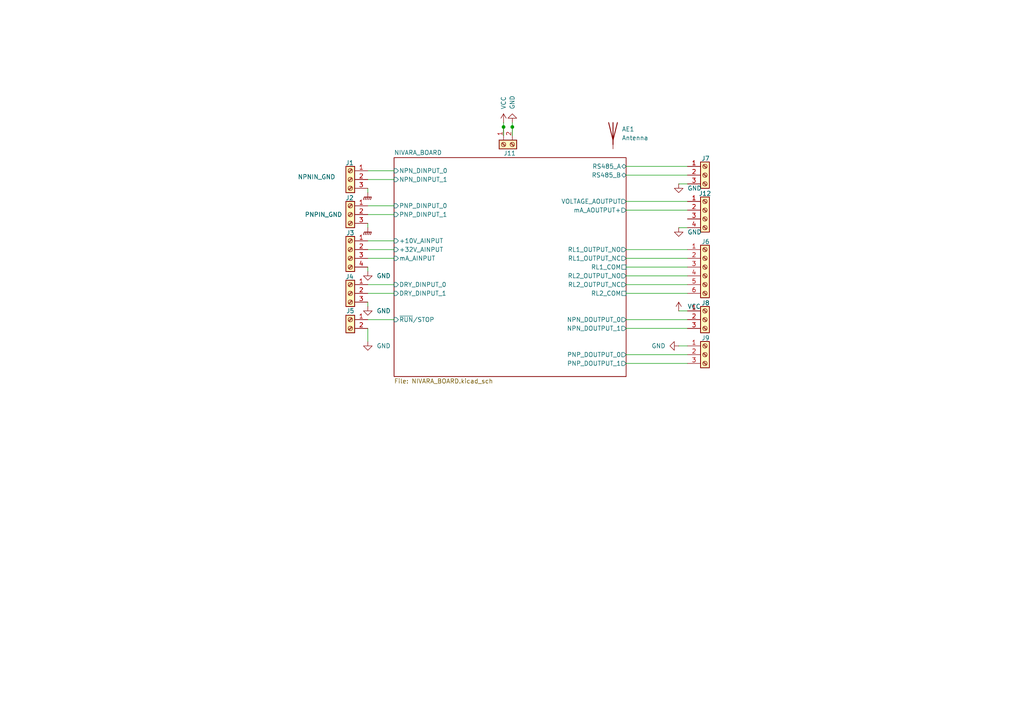
<source format=kicad_sch>
(kicad_sch
	(version 20250114)
	(generator "eeschema")
	(generator_version "9.0")
	(uuid "8290cc18-06d0-4e02-a781-29a61ebc321a")
	(paper "A4")
	(lib_symbols
		(symbol "Connector:Screw_Terminal_01x02"
			(pin_names
				(offset 1.016)
				(hide yes)
			)
			(exclude_from_sim no)
			(in_bom yes)
			(on_board yes)
			(property "Reference" "J"
				(at 0 2.54 0)
				(effects
					(font
						(size 1.27 1.27)
					)
				)
			)
			(property "Value" "Screw_Terminal_01x02"
				(at 0 -5.08 0)
				(effects
					(font
						(size 1.27 1.27)
					)
				)
			)
			(property "Footprint" ""
				(at 0 0 0)
				(effects
					(font
						(size 1.27 1.27)
					)
					(hide yes)
				)
			)
			(property "Datasheet" "~"
				(at 0 0 0)
				(effects
					(font
						(size 1.27 1.27)
					)
					(hide yes)
				)
			)
			(property "Description" "Generic screw terminal, single row, 01x02, script generated (kicad-library-utils/schlib/autogen/connector/)"
				(at 0 0 0)
				(effects
					(font
						(size 1.27 1.27)
					)
					(hide yes)
				)
			)
			(property "ki_keywords" "screw terminal"
				(at 0 0 0)
				(effects
					(font
						(size 1.27 1.27)
					)
					(hide yes)
				)
			)
			(property "ki_fp_filters" "TerminalBlock*:*"
				(at 0 0 0)
				(effects
					(font
						(size 1.27 1.27)
					)
					(hide yes)
				)
			)
			(symbol "Screw_Terminal_01x02_1_1"
				(rectangle
					(start -1.27 1.27)
					(end 1.27 -3.81)
					(stroke
						(width 0.254)
						(type default)
					)
					(fill
						(type background)
					)
				)
				(polyline
					(pts
						(xy -0.5334 0.3302) (xy 0.3302 -0.508)
					)
					(stroke
						(width 0.1524)
						(type default)
					)
					(fill
						(type none)
					)
				)
				(polyline
					(pts
						(xy -0.5334 -2.2098) (xy 0.3302 -3.048)
					)
					(stroke
						(width 0.1524)
						(type default)
					)
					(fill
						(type none)
					)
				)
				(polyline
					(pts
						(xy -0.3556 0.508) (xy 0.508 -0.3302)
					)
					(stroke
						(width 0.1524)
						(type default)
					)
					(fill
						(type none)
					)
				)
				(polyline
					(pts
						(xy -0.3556 -2.032) (xy 0.508 -2.8702)
					)
					(stroke
						(width 0.1524)
						(type default)
					)
					(fill
						(type none)
					)
				)
				(circle
					(center 0 0)
					(radius 0.635)
					(stroke
						(width 0.1524)
						(type default)
					)
					(fill
						(type none)
					)
				)
				(circle
					(center 0 -2.54)
					(radius 0.635)
					(stroke
						(width 0.1524)
						(type default)
					)
					(fill
						(type none)
					)
				)
				(pin passive line
					(at -5.08 0 0)
					(length 3.81)
					(name "Pin_1"
						(effects
							(font
								(size 1.27 1.27)
							)
						)
					)
					(number "1"
						(effects
							(font
								(size 1.27 1.27)
							)
						)
					)
				)
				(pin passive line
					(at -5.08 -2.54 0)
					(length 3.81)
					(name "Pin_2"
						(effects
							(font
								(size 1.27 1.27)
							)
						)
					)
					(number "2"
						(effects
							(font
								(size 1.27 1.27)
							)
						)
					)
				)
			)
			(embedded_fonts no)
		)
		(symbol "Connector:Screw_Terminal_01x03"
			(pin_names
				(offset 1.016)
				(hide yes)
			)
			(exclude_from_sim no)
			(in_bom yes)
			(on_board yes)
			(property "Reference" "J"
				(at 0 5.08 0)
				(effects
					(font
						(size 1.27 1.27)
					)
				)
			)
			(property "Value" "Screw_Terminal_01x03"
				(at 0 -5.08 0)
				(effects
					(font
						(size 1.27 1.27)
					)
				)
			)
			(property "Footprint" ""
				(at 0 0 0)
				(effects
					(font
						(size 1.27 1.27)
					)
					(hide yes)
				)
			)
			(property "Datasheet" "~"
				(at 0 0 0)
				(effects
					(font
						(size 1.27 1.27)
					)
					(hide yes)
				)
			)
			(property "Description" "Generic screw terminal, single row, 01x03, script generated (kicad-library-utils/schlib/autogen/connector/)"
				(at 0 0 0)
				(effects
					(font
						(size 1.27 1.27)
					)
					(hide yes)
				)
			)
			(property "ki_keywords" "screw terminal"
				(at 0 0 0)
				(effects
					(font
						(size 1.27 1.27)
					)
					(hide yes)
				)
			)
			(property "ki_fp_filters" "TerminalBlock*:*"
				(at 0 0 0)
				(effects
					(font
						(size 1.27 1.27)
					)
					(hide yes)
				)
			)
			(symbol "Screw_Terminal_01x03_1_1"
				(rectangle
					(start -1.27 3.81)
					(end 1.27 -3.81)
					(stroke
						(width 0.254)
						(type default)
					)
					(fill
						(type background)
					)
				)
				(polyline
					(pts
						(xy -0.5334 2.8702) (xy 0.3302 2.032)
					)
					(stroke
						(width 0.1524)
						(type default)
					)
					(fill
						(type none)
					)
				)
				(polyline
					(pts
						(xy -0.5334 0.3302) (xy 0.3302 -0.508)
					)
					(stroke
						(width 0.1524)
						(type default)
					)
					(fill
						(type none)
					)
				)
				(polyline
					(pts
						(xy -0.5334 -2.2098) (xy 0.3302 -3.048)
					)
					(stroke
						(width 0.1524)
						(type default)
					)
					(fill
						(type none)
					)
				)
				(polyline
					(pts
						(xy -0.3556 3.048) (xy 0.508 2.2098)
					)
					(stroke
						(width 0.1524)
						(type default)
					)
					(fill
						(type none)
					)
				)
				(polyline
					(pts
						(xy -0.3556 0.508) (xy 0.508 -0.3302)
					)
					(stroke
						(width 0.1524)
						(type default)
					)
					(fill
						(type none)
					)
				)
				(polyline
					(pts
						(xy -0.3556 -2.032) (xy 0.508 -2.8702)
					)
					(stroke
						(width 0.1524)
						(type default)
					)
					(fill
						(type none)
					)
				)
				(circle
					(center 0 2.54)
					(radius 0.635)
					(stroke
						(width 0.1524)
						(type default)
					)
					(fill
						(type none)
					)
				)
				(circle
					(center 0 0)
					(radius 0.635)
					(stroke
						(width 0.1524)
						(type default)
					)
					(fill
						(type none)
					)
				)
				(circle
					(center 0 -2.54)
					(radius 0.635)
					(stroke
						(width 0.1524)
						(type default)
					)
					(fill
						(type none)
					)
				)
				(pin passive line
					(at -5.08 2.54 0)
					(length 3.81)
					(name "Pin_1"
						(effects
							(font
								(size 1.27 1.27)
							)
						)
					)
					(number "1"
						(effects
							(font
								(size 1.27 1.27)
							)
						)
					)
				)
				(pin passive line
					(at -5.08 0 0)
					(length 3.81)
					(name "Pin_2"
						(effects
							(font
								(size 1.27 1.27)
							)
						)
					)
					(number "2"
						(effects
							(font
								(size 1.27 1.27)
							)
						)
					)
				)
				(pin passive line
					(at -5.08 -2.54 0)
					(length 3.81)
					(name "Pin_3"
						(effects
							(font
								(size 1.27 1.27)
							)
						)
					)
					(number "3"
						(effects
							(font
								(size 1.27 1.27)
							)
						)
					)
				)
			)
			(embedded_fonts no)
		)
		(symbol "Connector:Screw_Terminal_01x04"
			(pin_names
				(offset 1.016)
				(hide yes)
			)
			(exclude_from_sim no)
			(in_bom yes)
			(on_board yes)
			(property "Reference" "J"
				(at 0 5.08 0)
				(effects
					(font
						(size 1.27 1.27)
					)
				)
			)
			(property "Value" "Screw_Terminal_01x04"
				(at 0 -7.62 0)
				(effects
					(font
						(size 1.27 1.27)
					)
				)
			)
			(property "Footprint" ""
				(at 0 0 0)
				(effects
					(font
						(size 1.27 1.27)
					)
					(hide yes)
				)
			)
			(property "Datasheet" "~"
				(at 0 0 0)
				(effects
					(font
						(size 1.27 1.27)
					)
					(hide yes)
				)
			)
			(property "Description" "Generic screw terminal, single row, 01x04, script generated (kicad-library-utils/schlib/autogen/connector/)"
				(at 0 0 0)
				(effects
					(font
						(size 1.27 1.27)
					)
					(hide yes)
				)
			)
			(property "ki_keywords" "screw terminal"
				(at 0 0 0)
				(effects
					(font
						(size 1.27 1.27)
					)
					(hide yes)
				)
			)
			(property "ki_fp_filters" "TerminalBlock*:*"
				(at 0 0 0)
				(effects
					(font
						(size 1.27 1.27)
					)
					(hide yes)
				)
			)
			(symbol "Screw_Terminal_01x04_1_1"
				(rectangle
					(start -1.27 3.81)
					(end 1.27 -6.35)
					(stroke
						(width 0.254)
						(type default)
					)
					(fill
						(type background)
					)
				)
				(polyline
					(pts
						(xy -0.5334 2.8702) (xy 0.3302 2.032)
					)
					(stroke
						(width 0.1524)
						(type default)
					)
					(fill
						(type none)
					)
				)
				(polyline
					(pts
						(xy -0.5334 0.3302) (xy 0.3302 -0.508)
					)
					(stroke
						(width 0.1524)
						(type default)
					)
					(fill
						(type none)
					)
				)
				(polyline
					(pts
						(xy -0.5334 -2.2098) (xy 0.3302 -3.048)
					)
					(stroke
						(width 0.1524)
						(type default)
					)
					(fill
						(type none)
					)
				)
				(polyline
					(pts
						(xy -0.5334 -4.7498) (xy 0.3302 -5.588)
					)
					(stroke
						(width 0.1524)
						(type default)
					)
					(fill
						(type none)
					)
				)
				(polyline
					(pts
						(xy -0.3556 3.048) (xy 0.508 2.2098)
					)
					(stroke
						(width 0.1524)
						(type default)
					)
					(fill
						(type none)
					)
				)
				(polyline
					(pts
						(xy -0.3556 0.508) (xy 0.508 -0.3302)
					)
					(stroke
						(width 0.1524)
						(type default)
					)
					(fill
						(type none)
					)
				)
				(polyline
					(pts
						(xy -0.3556 -2.032) (xy 0.508 -2.8702)
					)
					(stroke
						(width 0.1524)
						(type default)
					)
					(fill
						(type none)
					)
				)
				(polyline
					(pts
						(xy -0.3556 -4.572) (xy 0.508 -5.4102)
					)
					(stroke
						(width 0.1524)
						(type default)
					)
					(fill
						(type none)
					)
				)
				(circle
					(center 0 2.54)
					(radius 0.635)
					(stroke
						(width 0.1524)
						(type default)
					)
					(fill
						(type none)
					)
				)
				(circle
					(center 0 0)
					(radius 0.635)
					(stroke
						(width 0.1524)
						(type default)
					)
					(fill
						(type none)
					)
				)
				(circle
					(center 0 -2.54)
					(radius 0.635)
					(stroke
						(width 0.1524)
						(type default)
					)
					(fill
						(type none)
					)
				)
				(circle
					(center 0 -5.08)
					(radius 0.635)
					(stroke
						(width 0.1524)
						(type default)
					)
					(fill
						(type none)
					)
				)
				(pin passive line
					(at -5.08 2.54 0)
					(length 3.81)
					(name "Pin_1"
						(effects
							(font
								(size 1.27 1.27)
							)
						)
					)
					(number "1"
						(effects
							(font
								(size 1.27 1.27)
							)
						)
					)
				)
				(pin passive line
					(at -5.08 0 0)
					(length 3.81)
					(name "Pin_2"
						(effects
							(font
								(size 1.27 1.27)
							)
						)
					)
					(number "2"
						(effects
							(font
								(size 1.27 1.27)
							)
						)
					)
				)
				(pin passive line
					(at -5.08 -2.54 0)
					(length 3.81)
					(name "Pin_3"
						(effects
							(font
								(size 1.27 1.27)
							)
						)
					)
					(number "3"
						(effects
							(font
								(size 1.27 1.27)
							)
						)
					)
				)
				(pin passive line
					(at -5.08 -5.08 0)
					(length 3.81)
					(name "Pin_4"
						(effects
							(font
								(size 1.27 1.27)
							)
						)
					)
					(number "4"
						(effects
							(font
								(size 1.27 1.27)
							)
						)
					)
				)
			)
			(embedded_fonts no)
		)
		(symbol "Connector:Screw_Terminal_01x06"
			(pin_names
				(offset 1.016)
				(hide yes)
			)
			(exclude_from_sim no)
			(in_bom yes)
			(on_board yes)
			(property "Reference" "J"
				(at 0 7.62 0)
				(effects
					(font
						(size 1.27 1.27)
					)
				)
			)
			(property "Value" "Screw_Terminal_01x06"
				(at 0 -10.16 0)
				(effects
					(font
						(size 1.27 1.27)
					)
				)
			)
			(property "Footprint" ""
				(at 0 0 0)
				(effects
					(font
						(size 1.27 1.27)
					)
					(hide yes)
				)
			)
			(property "Datasheet" "~"
				(at 0 0 0)
				(effects
					(font
						(size 1.27 1.27)
					)
					(hide yes)
				)
			)
			(property "Description" "Generic screw terminal, single row, 01x06, script generated (kicad-library-utils/schlib/autogen/connector/)"
				(at 0 0 0)
				(effects
					(font
						(size 1.27 1.27)
					)
					(hide yes)
				)
			)
			(property "ki_keywords" "screw terminal"
				(at 0 0 0)
				(effects
					(font
						(size 1.27 1.27)
					)
					(hide yes)
				)
			)
			(property "ki_fp_filters" "TerminalBlock*:*"
				(at 0 0 0)
				(effects
					(font
						(size 1.27 1.27)
					)
					(hide yes)
				)
			)
			(symbol "Screw_Terminal_01x06_1_1"
				(rectangle
					(start -1.27 6.35)
					(end 1.27 -8.89)
					(stroke
						(width 0.254)
						(type default)
					)
					(fill
						(type background)
					)
				)
				(polyline
					(pts
						(xy -0.5334 5.4102) (xy 0.3302 4.572)
					)
					(stroke
						(width 0.1524)
						(type default)
					)
					(fill
						(type none)
					)
				)
				(polyline
					(pts
						(xy -0.5334 2.8702) (xy 0.3302 2.032)
					)
					(stroke
						(width 0.1524)
						(type default)
					)
					(fill
						(type none)
					)
				)
				(polyline
					(pts
						(xy -0.5334 0.3302) (xy 0.3302 -0.508)
					)
					(stroke
						(width 0.1524)
						(type default)
					)
					(fill
						(type none)
					)
				)
				(polyline
					(pts
						(xy -0.5334 -2.2098) (xy 0.3302 -3.048)
					)
					(stroke
						(width 0.1524)
						(type default)
					)
					(fill
						(type none)
					)
				)
				(polyline
					(pts
						(xy -0.5334 -4.7498) (xy 0.3302 -5.588)
					)
					(stroke
						(width 0.1524)
						(type default)
					)
					(fill
						(type none)
					)
				)
				(polyline
					(pts
						(xy -0.5334 -7.2898) (xy 0.3302 -8.128)
					)
					(stroke
						(width 0.1524)
						(type default)
					)
					(fill
						(type none)
					)
				)
				(polyline
					(pts
						(xy -0.3556 5.588) (xy 0.508 4.7498)
					)
					(stroke
						(width 0.1524)
						(type default)
					)
					(fill
						(type none)
					)
				)
				(polyline
					(pts
						(xy -0.3556 3.048) (xy 0.508 2.2098)
					)
					(stroke
						(width 0.1524)
						(type default)
					)
					(fill
						(type none)
					)
				)
				(polyline
					(pts
						(xy -0.3556 0.508) (xy 0.508 -0.3302)
					)
					(stroke
						(width 0.1524)
						(type default)
					)
					(fill
						(type none)
					)
				)
				(polyline
					(pts
						(xy -0.3556 -2.032) (xy 0.508 -2.8702)
					)
					(stroke
						(width 0.1524)
						(type default)
					)
					(fill
						(type none)
					)
				)
				(polyline
					(pts
						(xy -0.3556 -4.572) (xy 0.508 -5.4102)
					)
					(stroke
						(width 0.1524)
						(type default)
					)
					(fill
						(type none)
					)
				)
				(polyline
					(pts
						(xy -0.3556 -7.112) (xy 0.508 -7.9502)
					)
					(stroke
						(width 0.1524)
						(type default)
					)
					(fill
						(type none)
					)
				)
				(circle
					(center 0 5.08)
					(radius 0.635)
					(stroke
						(width 0.1524)
						(type default)
					)
					(fill
						(type none)
					)
				)
				(circle
					(center 0 2.54)
					(radius 0.635)
					(stroke
						(width 0.1524)
						(type default)
					)
					(fill
						(type none)
					)
				)
				(circle
					(center 0 0)
					(radius 0.635)
					(stroke
						(width 0.1524)
						(type default)
					)
					(fill
						(type none)
					)
				)
				(circle
					(center 0 -2.54)
					(radius 0.635)
					(stroke
						(width 0.1524)
						(type default)
					)
					(fill
						(type none)
					)
				)
				(circle
					(center 0 -5.08)
					(radius 0.635)
					(stroke
						(width 0.1524)
						(type default)
					)
					(fill
						(type none)
					)
				)
				(circle
					(center 0 -7.62)
					(radius 0.635)
					(stroke
						(width 0.1524)
						(type default)
					)
					(fill
						(type none)
					)
				)
				(pin passive line
					(at -5.08 5.08 0)
					(length 3.81)
					(name "Pin_1"
						(effects
							(font
								(size 1.27 1.27)
							)
						)
					)
					(number "1"
						(effects
							(font
								(size 1.27 1.27)
							)
						)
					)
				)
				(pin passive line
					(at -5.08 2.54 0)
					(length 3.81)
					(name "Pin_2"
						(effects
							(font
								(size 1.27 1.27)
							)
						)
					)
					(number "2"
						(effects
							(font
								(size 1.27 1.27)
							)
						)
					)
				)
				(pin passive line
					(at -5.08 0 0)
					(length 3.81)
					(name "Pin_3"
						(effects
							(font
								(size 1.27 1.27)
							)
						)
					)
					(number "3"
						(effects
							(font
								(size 1.27 1.27)
							)
						)
					)
				)
				(pin passive line
					(at -5.08 -2.54 0)
					(length 3.81)
					(name "Pin_4"
						(effects
							(font
								(size 1.27 1.27)
							)
						)
					)
					(number "4"
						(effects
							(font
								(size 1.27 1.27)
							)
						)
					)
				)
				(pin passive line
					(at -5.08 -5.08 0)
					(length 3.81)
					(name "Pin_5"
						(effects
							(font
								(size 1.27 1.27)
							)
						)
					)
					(number "5"
						(effects
							(font
								(size 1.27 1.27)
							)
						)
					)
				)
				(pin passive line
					(at -5.08 -7.62 0)
					(length 3.81)
					(name "Pin_6"
						(effects
							(font
								(size 1.27 1.27)
							)
						)
					)
					(number "6"
						(effects
							(font
								(size 1.27 1.27)
							)
						)
					)
				)
			)
			(embedded_fonts no)
		)
		(symbol "Device:Antenna"
			(pin_numbers
				(hide yes)
			)
			(pin_names
				(offset 1.016)
				(hide yes)
			)
			(exclude_from_sim no)
			(in_bom yes)
			(on_board yes)
			(property "Reference" "AE"
				(at -1.905 1.905 0)
				(effects
					(font
						(size 1.27 1.27)
					)
					(justify right)
				)
			)
			(property "Value" "Antenna"
				(at -1.905 0 0)
				(effects
					(font
						(size 1.27 1.27)
					)
					(justify right)
				)
			)
			(property "Footprint" ""
				(at 0 0 0)
				(effects
					(font
						(size 1.27 1.27)
					)
					(hide yes)
				)
			)
			(property "Datasheet" "~"
				(at 0 0 0)
				(effects
					(font
						(size 1.27 1.27)
					)
					(hide yes)
				)
			)
			(property "Description" "Antenna"
				(at 0 0 0)
				(effects
					(font
						(size 1.27 1.27)
					)
					(hide yes)
				)
			)
			(property "ki_keywords" "antenna"
				(at 0 0 0)
				(effects
					(font
						(size 1.27 1.27)
					)
					(hide yes)
				)
			)
			(symbol "Antenna_0_1"
				(polyline
					(pts
						(xy 0 2.54) (xy 0 -3.81)
					)
					(stroke
						(width 0.254)
						(type default)
					)
					(fill
						(type none)
					)
				)
				(polyline
					(pts
						(xy 1.27 2.54) (xy 0 -2.54) (xy -1.27 2.54)
					)
					(stroke
						(width 0.254)
						(type default)
					)
					(fill
						(type none)
					)
				)
			)
			(symbol "Antenna_1_1"
				(pin input line
					(at 0 -5.08 90)
					(length 2.54)
					(name "A"
						(effects
							(font
								(size 1.27 1.27)
							)
						)
					)
					(number "1"
						(effects
							(font
								(size 1.27 1.27)
							)
						)
					)
				)
			)
			(embedded_fonts no)
		)
		(symbol "power:GND"
			(power)
			(pin_numbers
				(hide yes)
			)
			(pin_names
				(offset 0)
				(hide yes)
			)
			(exclude_from_sim no)
			(in_bom yes)
			(on_board yes)
			(property "Reference" "#PWR"
				(at 0 -6.35 0)
				(effects
					(font
						(size 1.27 1.27)
					)
					(hide yes)
				)
			)
			(property "Value" "GND"
				(at 0 -3.81 0)
				(effects
					(font
						(size 1.27 1.27)
					)
				)
			)
			(property "Footprint" ""
				(at 0 0 0)
				(effects
					(font
						(size 1.27 1.27)
					)
					(hide yes)
				)
			)
			(property "Datasheet" ""
				(at 0 0 0)
				(effects
					(font
						(size 1.27 1.27)
					)
					(hide yes)
				)
			)
			(property "Description" "Power symbol creates a global label with name \"GND\" , ground"
				(at 0 0 0)
				(effects
					(font
						(size 1.27 1.27)
					)
					(hide yes)
				)
			)
			(property "ki_keywords" "global power"
				(at 0 0 0)
				(effects
					(font
						(size 1.27 1.27)
					)
					(hide yes)
				)
			)
			(symbol "GND_0_1"
				(polyline
					(pts
						(xy 0 0) (xy 0 -1.27) (xy 1.27 -1.27) (xy 0 -2.54) (xy -1.27 -1.27) (xy 0 -1.27)
					)
					(stroke
						(width 0)
						(type default)
					)
					(fill
						(type none)
					)
				)
			)
			(symbol "GND_1_1"
				(pin power_in line
					(at 0 0 270)
					(length 0)
					(name "~"
						(effects
							(font
								(size 1.27 1.27)
							)
						)
					)
					(number "1"
						(effects
							(font
								(size 1.27 1.27)
							)
						)
					)
				)
			)
			(embedded_fonts no)
		)
		(symbol "power:GNDPWR"
			(power)
			(pin_numbers
				(hide yes)
			)
			(pin_names
				(offset 0)
				(hide yes)
			)
			(exclude_from_sim no)
			(in_bom yes)
			(on_board yes)
			(property "Reference" "#PWR"
				(at 0 -5.08 0)
				(effects
					(font
						(size 1.27 1.27)
					)
					(hide yes)
				)
			)
			(property "Value" "GNDPWR"
				(at 0 -3.302 0)
				(effects
					(font
						(size 1.27 1.27)
					)
				)
			)
			(property "Footprint" ""
				(at 0 -1.27 0)
				(effects
					(font
						(size 1.27 1.27)
					)
					(hide yes)
				)
			)
			(property "Datasheet" ""
				(at 0 -1.27 0)
				(effects
					(font
						(size 1.27 1.27)
					)
					(hide yes)
				)
			)
			(property "Description" "Power symbol creates a global label with name \"GNDPWR\" , global ground"
				(at 0 0 0)
				(effects
					(font
						(size 1.27 1.27)
					)
					(hide yes)
				)
			)
			(property "ki_keywords" "global ground"
				(at 0 0 0)
				(effects
					(font
						(size 1.27 1.27)
					)
					(hide yes)
				)
			)
			(symbol "GNDPWR_0_1"
				(polyline
					(pts
						(xy -1.016 -1.27) (xy -1.27 -2.032) (xy -1.27 -2.032)
					)
					(stroke
						(width 0.2032)
						(type default)
					)
					(fill
						(type none)
					)
				)
				(polyline
					(pts
						(xy -0.508 -1.27) (xy -0.762 -2.032) (xy -0.762 -2.032)
					)
					(stroke
						(width 0.2032)
						(type default)
					)
					(fill
						(type none)
					)
				)
				(polyline
					(pts
						(xy 0 -1.27) (xy 0 0)
					)
					(stroke
						(width 0)
						(type default)
					)
					(fill
						(type none)
					)
				)
				(polyline
					(pts
						(xy 0 -1.27) (xy -0.254 -2.032) (xy -0.254 -2.032)
					)
					(stroke
						(width 0.2032)
						(type default)
					)
					(fill
						(type none)
					)
				)
				(polyline
					(pts
						(xy 0.508 -1.27) (xy 0.254 -2.032) (xy 0.254 -2.032)
					)
					(stroke
						(width 0.2032)
						(type default)
					)
					(fill
						(type none)
					)
				)
				(polyline
					(pts
						(xy 1.016 -1.27) (xy -1.016 -1.27) (xy -1.016 -1.27)
					)
					(stroke
						(width 0.2032)
						(type default)
					)
					(fill
						(type none)
					)
				)
				(polyline
					(pts
						(xy 1.016 -1.27) (xy 0.762 -2.032) (xy 0.762 -2.032) (xy 0.762 -2.032)
					)
					(stroke
						(width 0.2032)
						(type default)
					)
					(fill
						(type none)
					)
				)
			)
			(symbol "GNDPWR_1_1"
				(pin power_in line
					(at 0 0 270)
					(length 0)
					(name "~"
						(effects
							(font
								(size 1.27 1.27)
							)
						)
					)
					(number "1"
						(effects
							(font
								(size 1.27 1.27)
							)
						)
					)
				)
			)
			(embedded_fonts no)
		)
		(symbol "power:VCC"
			(power)
			(pin_numbers
				(hide yes)
			)
			(pin_names
				(offset 0)
				(hide yes)
			)
			(exclude_from_sim no)
			(in_bom yes)
			(on_board yes)
			(property "Reference" "#PWR"
				(at 0 -3.81 0)
				(effects
					(font
						(size 1.27 1.27)
					)
					(hide yes)
				)
			)
			(property "Value" "VCC"
				(at 0 3.556 0)
				(effects
					(font
						(size 1.27 1.27)
					)
				)
			)
			(property "Footprint" ""
				(at 0 0 0)
				(effects
					(font
						(size 1.27 1.27)
					)
					(hide yes)
				)
			)
			(property "Datasheet" ""
				(at 0 0 0)
				(effects
					(font
						(size 1.27 1.27)
					)
					(hide yes)
				)
			)
			(property "Description" "Power symbol creates a global label with name \"VCC\""
				(at 0 0 0)
				(effects
					(font
						(size 1.27 1.27)
					)
					(hide yes)
				)
			)
			(property "ki_keywords" "global power"
				(at 0 0 0)
				(effects
					(font
						(size 1.27 1.27)
					)
					(hide yes)
				)
			)
			(symbol "VCC_0_1"
				(polyline
					(pts
						(xy -0.762 1.27) (xy 0 2.54)
					)
					(stroke
						(width 0)
						(type default)
					)
					(fill
						(type none)
					)
				)
				(polyline
					(pts
						(xy 0 2.54) (xy 0.762 1.27)
					)
					(stroke
						(width 0)
						(type default)
					)
					(fill
						(type none)
					)
				)
				(polyline
					(pts
						(xy 0 0) (xy 0 2.54)
					)
					(stroke
						(width 0)
						(type default)
					)
					(fill
						(type none)
					)
				)
			)
			(symbol "VCC_1_1"
				(pin power_in line
					(at 0 0 90)
					(length 0)
					(name "~"
						(effects
							(font
								(size 1.27 1.27)
							)
						)
					)
					(number "1"
						(effects
							(font
								(size 1.27 1.27)
							)
						)
					)
				)
			)
			(embedded_fonts no)
		)
	)
	(junction
		(at 146.05 36.83)
		(diameter 0)
		(color 0 0 0 0)
		(uuid "4564d6f9-02a2-4b5d-9d50-2b5e1640cfe4")
	)
	(junction
		(at 148.59 36.83)
		(diameter 0)
		(color 0 0 0 0)
		(uuid "4d905c65-3ee9-4a60-9152-649c4206e76a")
	)
	(wire
		(pts
			(xy 106.68 78.74) (xy 106.68 77.47)
		)
		(stroke
			(width 0)
			(type default)
		)
		(uuid "1da06250-d41e-45bf-83bc-a312999f2d36")
	)
	(wire
		(pts
			(xy 181.61 92.71) (xy 199.39 92.71)
		)
		(stroke
			(width 0)
			(type default)
		)
		(uuid "2175c94b-5098-4ba7-bf16-aefdc2dd210c")
	)
	(wire
		(pts
			(xy 181.61 72.39) (xy 199.39 72.39)
		)
		(stroke
			(width 0)
			(type default)
		)
		(uuid "295f0da3-06cc-479d-b848-0da8b6db71b9")
	)
	(wire
		(pts
			(xy 106.68 55.88) (xy 106.68 54.61)
		)
		(stroke
			(width 0)
			(type default)
		)
		(uuid "2c217222-b929-4a38-b01d-690ca8a7e5c8")
	)
	(wire
		(pts
			(xy 181.61 102.87) (xy 199.39 102.87)
		)
		(stroke
			(width 0)
			(type default)
		)
		(uuid "30a607a1-92fd-4a29-969a-16e621b414d6")
	)
	(wire
		(pts
			(xy 106.68 62.23) (xy 114.3 62.23)
		)
		(stroke
			(width 0)
			(type default)
		)
		(uuid "39fa4e1c-ff66-44c9-bc81-d2785d072871")
	)
	(wire
		(pts
			(xy 106.68 72.39) (xy 114.3 72.39)
		)
		(stroke
			(width 0)
			(type default)
		)
		(uuid "3ad9b961-6d07-4650-a2e1-1462b5199d27")
	)
	(wire
		(pts
			(xy 196.85 90.17) (xy 199.39 90.17)
		)
		(stroke
			(width 0)
			(type default)
		)
		(uuid "3c9d1e47-ad0a-4f26-a02c-36d6f1e0749f")
	)
	(wire
		(pts
			(xy 181.61 80.01) (xy 199.39 80.01)
		)
		(stroke
			(width 0)
			(type default)
		)
		(uuid "47188c51-19da-42c7-b6f7-f7df4cd16f1b")
	)
	(wire
		(pts
			(xy 106.68 52.07) (xy 114.3 52.07)
		)
		(stroke
			(width 0)
			(type default)
		)
		(uuid "63967b44-d0e6-4985-84ff-7c6f89b42429")
	)
	(wire
		(pts
			(xy 181.61 60.96) (xy 199.39 60.96)
		)
		(stroke
			(width 0)
			(type default)
		)
		(uuid "68c9f81d-c3ab-4dd7-90ea-47b7c15b8669")
	)
	(wire
		(pts
			(xy 148.59 36.83) (xy 148.59 35.56)
		)
		(stroke
			(width 0)
			(type default)
		)
		(uuid "68e10a31-1293-4ef3-b942-83c5d65c017f")
	)
	(wire
		(pts
			(xy 181.61 48.26) (xy 199.39 48.26)
		)
		(stroke
			(width 0)
			(type default)
		)
		(uuid "748303d1-8168-4d22-8e94-637e8ef85735")
	)
	(wire
		(pts
			(xy 181.61 85.09) (xy 199.39 85.09)
		)
		(stroke
			(width 0)
			(type default)
		)
		(uuid "7944358a-f625-48f3-bd09-ea3de6d6da2a")
	)
	(wire
		(pts
			(xy 196.85 100.33) (xy 199.39 100.33)
		)
		(stroke
			(width 0)
			(type default)
		)
		(uuid "80952afb-54a6-4c5a-b8b8-6f5b7f6645cd")
	)
	(wire
		(pts
			(xy 106.68 85.09) (xy 114.3 85.09)
		)
		(stroke
			(width 0)
			(type default)
		)
		(uuid "817a1ad0-4508-4589-a408-de73394a67e3")
	)
	(wire
		(pts
			(xy 148.59 39.37) (xy 148.59 36.83)
		)
		(stroke
			(width 0)
			(type default)
		)
		(uuid "836c53a4-0ca8-4a66-aa5b-031bf5ed7ca1")
	)
	(wire
		(pts
			(xy 106.68 69.85) (xy 114.3 69.85)
		)
		(stroke
			(width 0)
			(type default)
		)
		(uuid "867b1b4f-70e0-45be-8214-081b011da3ae")
	)
	(wire
		(pts
			(xy 196.85 53.34) (xy 199.39 53.34)
		)
		(stroke
			(width 0)
			(type default)
		)
		(uuid "8b14870a-49a5-4569-b018-ff054bf80c66")
	)
	(wire
		(pts
			(xy 106.68 74.93) (xy 114.3 74.93)
		)
		(stroke
			(width 0)
			(type default)
		)
		(uuid "914a522a-5601-4d28-9250-b07df7a5ba1b")
	)
	(wire
		(pts
			(xy 106.68 59.69) (xy 114.3 59.69)
		)
		(stroke
			(width 0)
			(type default)
		)
		(uuid "971957dd-727a-461b-bb92-f7fc2ac3e490")
	)
	(wire
		(pts
			(xy 181.61 74.93) (xy 199.39 74.93)
		)
		(stroke
			(width 0)
			(type default)
		)
		(uuid "9ab9f7c9-9231-42e3-aba0-9ab6c8c9fb04")
	)
	(wire
		(pts
			(xy 146.05 39.37) (xy 146.05 36.83)
		)
		(stroke
			(width 0)
			(type default)
		)
		(uuid "acae54d9-ee62-4c08-a179-527e69652c07")
	)
	(wire
		(pts
			(xy 181.61 58.42) (xy 199.39 58.42)
		)
		(stroke
			(width 0)
			(type default)
		)
		(uuid "b0d2d129-2864-485a-8f34-c77b07934a0f")
	)
	(wire
		(pts
			(xy 106.68 66.04) (xy 106.68 64.77)
		)
		(stroke
			(width 0)
			(type default)
		)
		(uuid "bf181203-c08d-411c-af2d-909e9c7fdfb4")
	)
	(wire
		(pts
			(xy 106.68 88.9) (xy 106.68 87.63)
		)
		(stroke
			(width 0)
			(type default)
		)
		(uuid "bfde2387-ccd2-4266-a4ad-2a8aceab7c2d")
	)
	(wire
		(pts
			(xy 181.61 50.8) (xy 199.39 50.8)
		)
		(stroke
			(width 0)
			(type default)
		)
		(uuid "d3104bdc-6eac-4776-8d03-c5dd3e7f47d6")
	)
	(wire
		(pts
			(xy 106.68 99.06) (xy 106.68 95.25)
		)
		(stroke
			(width 0)
			(type default)
		)
		(uuid "d949e7d0-21c8-4c74-b754-26603a49fbc3")
	)
	(wire
		(pts
			(xy 181.61 77.47) (xy 199.39 77.47)
		)
		(stroke
			(width 0)
			(type default)
		)
		(uuid "dab8a0d6-4987-4aa5-bbea-e4bba3dfd1ac")
	)
	(wire
		(pts
			(xy 106.68 82.55) (xy 114.3 82.55)
		)
		(stroke
			(width 0)
			(type default)
		)
		(uuid "e09d4447-189c-4908-b0c5-f53f97bc4b3d")
	)
	(wire
		(pts
			(xy 196.85 66.04) (xy 199.39 66.04)
		)
		(stroke
			(width 0)
			(type default)
		)
		(uuid "e2eebae6-d333-40e6-88f8-2ae6c5492b30")
	)
	(wire
		(pts
			(xy 181.61 82.55) (xy 199.39 82.55)
		)
		(stroke
			(width 0)
			(type default)
		)
		(uuid "e3b24c87-4175-4191-8746-68ec0edbec4a")
	)
	(wire
		(pts
			(xy 146.05 36.83) (xy 146.05 35.56)
		)
		(stroke
			(width 0)
			(type default)
		)
		(uuid "e50cffb5-0d4f-4da8-bf2a-44ba42801492")
	)
	(wire
		(pts
			(xy 106.68 92.71) (xy 114.3 92.71)
		)
		(stroke
			(width 0)
			(type default)
		)
		(uuid "e7c454e1-6cb5-4920-a00d-466c69723cfe")
	)
	(wire
		(pts
			(xy 181.61 95.25) (xy 199.39 95.25)
		)
		(stroke
			(width 0)
			(type default)
		)
		(uuid "ec700187-3bb2-4ad0-bf11-09c78615ae37")
	)
	(wire
		(pts
			(xy 181.61 105.41) (xy 199.39 105.41)
		)
		(stroke
			(width 0)
			(type default)
		)
		(uuid "f3eb829c-9bc3-4fb2-b4b1-1ac9d66880da")
	)
	(wire
		(pts
			(xy 106.68 49.53) (xy 114.3 49.53)
		)
		(stroke
			(width 0)
			(type default)
		)
		(uuid "fb6c3526-2b47-494b-aa34-ddc2d69f4855")
	)
	(symbol
		(lib_id "power:VCC")
		(at 146.05 35.56 0)
		(unit 1)
		(exclude_from_sim no)
		(in_bom yes)
		(on_board yes)
		(dnp no)
		(fields_autoplaced yes)
		(uuid "1e53e5bd-56a3-4d24-97fb-11a08909ca79")
		(property "Reference" "#PWR7"
			(at 146.05 39.37 0)
			(effects
				(font
					(size 1.27 1.27)
				)
				(hide yes)
			)
		)
		(property "Value" "VCC"
			(at 146.0499 31.75 90)
			(effects
				(font
					(size 1.27 1.27)
				)
				(justify left)
			)
		)
		(property "Footprint" ""
			(at 146.05 35.56 0)
			(effects
				(font
					(size 1.27 1.27)
				)
				(hide yes)
			)
		)
		(property "Datasheet" ""
			(at 146.05 35.56 0)
			(effects
				(font
					(size 1.27 1.27)
				)
				(hide yes)
			)
		)
		(property "Description" "Power symbol creates a global label with name \"VCC\""
			(at 146.05 35.56 0)
			(effects
				(font
					(size 1.27 1.27)
				)
				(hide yes)
			)
		)
		(pin "1"
			(uuid "e4492db2-ae95-46b0-9932-e9d8917c94cb")
		)
		(instances
			(project ""
				(path "/8290cc18-06d0-4e02-a781-29a61ebc321a"
					(reference "#PWR7")
					(unit 1)
				)
			)
		)
	)
	(symbol
		(lib_id "power:GND")
		(at 196.85 66.04 0)
		(unit 1)
		(exclude_from_sim no)
		(in_bom yes)
		(on_board yes)
		(dnp no)
		(fields_autoplaced yes)
		(uuid "2456bf3a-0e0b-4bcd-b197-696d38d5f7d6")
		(property "Reference" "#PWR5"
			(at 196.85 72.39 0)
			(effects
				(font
					(size 1.27 1.27)
				)
				(hide yes)
			)
		)
		(property "Value" "GND"
			(at 199.39 67.3099 0)
			(effects
				(font
					(size 1.27 1.27)
				)
				(justify left)
			)
		)
		(property "Footprint" ""
			(at 196.85 66.04 0)
			(effects
				(font
					(size 1.27 1.27)
				)
				(hide yes)
			)
		)
		(property "Datasheet" ""
			(at 196.85 66.04 0)
			(effects
				(font
					(size 1.27 1.27)
				)
				(hide yes)
			)
		)
		(property "Description" "Power symbol creates a global label with name \"GND\" , ground"
			(at 196.85 66.04 0)
			(effects
				(font
					(size 1.27 1.27)
				)
				(hide yes)
			)
		)
		(pin "1"
			(uuid "c31accbf-8a00-4fd2-a8ae-899e4e6d4770")
		)
		(instances
			(project "NIVARA"
				(path "/8290cc18-06d0-4e02-a781-29a61ebc321a"
					(reference "#PWR5")
					(unit 1)
				)
			)
		)
	)
	(symbol
		(lib_id "power:GND")
		(at 106.68 88.9 0)
		(unit 1)
		(exclude_from_sim no)
		(in_bom yes)
		(on_board yes)
		(dnp no)
		(fields_autoplaced yes)
		(uuid "49ae1290-d441-4781-812e-02c9d55b12d3")
		(property "Reference" "#PWR067"
			(at 106.68 95.25 0)
			(effects
				(font
					(size 1.27 1.27)
				)
				(hide yes)
			)
		)
		(property "Value" "GND"
			(at 109.22 90.1699 0)
			(effects
				(font
					(size 1.27 1.27)
				)
				(justify left)
			)
		)
		(property "Footprint" ""
			(at 106.68 88.9 0)
			(effects
				(font
					(size 1.27 1.27)
				)
				(hide yes)
			)
		)
		(property "Datasheet" ""
			(at 106.68 88.9 0)
			(effects
				(font
					(size 1.27 1.27)
				)
				(hide yes)
			)
		)
		(property "Description" "Power symbol creates a global label with name \"GND\" , ground"
			(at 106.68 88.9 0)
			(effects
				(font
					(size 1.27 1.27)
				)
				(hide yes)
			)
		)
		(pin "1"
			(uuid "44ff0d0e-f6bd-4ef7-b29b-af445c521b07")
		)
		(instances
			(project "NIVARA"
				(path "/8290cc18-06d0-4e02-a781-29a61ebc321a"
					(reference "#PWR067")
					(unit 1)
				)
			)
		)
	)
	(symbol
		(lib_id "Connector:Screw_Terminal_01x04")
		(at 204.47 60.96 0)
		(unit 1)
		(exclude_from_sim no)
		(in_bom yes)
		(on_board yes)
		(dnp no)
		(uuid "4e39cab3-8e45-42b5-b750-0fd659452d2a")
		(property "Reference" "J12"
			(at 204.47 56.134 0)
			(effects
				(font
					(size 1.27 1.27)
				)
			)
		)
		(property "Value" "Screw_Terminal_01x04"
			(at 204.47 54.61 0)
			(effects
				(font
					(size 1.27 1.27)
				)
				(hide yes)
			)
		)
		(property "Footprint" ""
			(at 204.47 60.96 0)
			(effects
				(font
					(size 1.27 1.27)
				)
				(hide yes)
			)
		)
		(property "Datasheet" "~"
			(at 204.47 60.96 0)
			(effects
				(font
					(size 1.27 1.27)
				)
				(hide yes)
			)
		)
		(property "Description" "Generic screw terminal, single row, 01x04, script generated (kicad-library-utils/schlib/autogen/connector/)"
			(at 204.47 60.96 0)
			(effects
				(font
					(size 1.27 1.27)
				)
				(hide yes)
			)
		)
		(pin "4"
			(uuid "2a2be40e-bb11-4948-b366-2e9badc28bb9")
		)
		(pin "2"
			(uuid "073ed034-b70e-4cfd-b579-3a7d8819799a")
		)
		(pin "1"
			(uuid "d5c2a25d-7a51-4a2d-8c6b-cc8c18aacfee")
		)
		(pin "3"
			(uuid "c7d1a22e-dbdd-4312-aad1-d7b7d49daf86")
		)
		(instances
			(project "NIVARA"
				(path "/8290cc18-06d0-4e02-a781-29a61ebc321a"
					(reference "J12")
					(unit 1)
				)
			)
		)
	)
	(symbol
		(lib_id "Connector:Screw_Terminal_01x03")
		(at 204.47 102.87 0)
		(unit 1)
		(exclude_from_sim no)
		(in_bom yes)
		(on_board yes)
		(dnp no)
		(uuid "4f1df735-16c2-424b-bdb9-4260a852edf2")
		(property "Reference" "J9"
			(at 203.454 98.044 0)
			(effects
				(font
					(size 1.27 1.27)
				)
				(justify left)
			)
		)
		(property "Value" "Screw_Terminal_01x03"
			(at 207.01 104.1399 0)
			(effects
				(font
					(size 1.27 1.27)
				)
				(justify left)
				(hide yes)
			)
		)
		(property "Footprint" ""
			(at 204.47 102.87 0)
			(effects
				(font
					(size 1.27 1.27)
				)
				(hide yes)
			)
		)
		(property "Datasheet" "~"
			(at 204.47 102.87 0)
			(effects
				(font
					(size 1.27 1.27)
				)
				(hide yes)
			)
		)
		(property "Description" "Generic screw terminal, single row, 01x03, script generated (kicad-library-utils/schlib/autogen/connector/)"
			(at 204.47 102.87 0)
			(effects
				(font
					(size 1.27 1.27)
				)
				(hide yes)
			)
		)
		(pin "2"
			(uuid "1b3151c7-6613-4e12-8894-e823c17cb151")
		)
		(pin "1"
			(uuid "38a2b586-78cb-45f1-90f4-6f0446d5a9cf")
		)
		(pin "3"
			(uuid "d73bb8d4-1ec9-4d68-812d-ec00a9aa0a7c")
		)
		(instances
			(project "NIVARA"
				(path "/8290cc18-06d0-4e02-a781-29a61ebc321a"
					(reference "J9")
					(unit 1)
				)
			)
		)
	)
	(symbol
		(lib_id "Connector:Screw_Terminal_01x06")
		(at 204.47 77.47 0)
		(unit 1)
		(exclude_from_sim no)
		(in_bom yes)
		(on_board yes)
		(dnp no)
		(uuid "52b6dd90-d391-43df-a165-f2203c7f7801")
		(property "Reference" "J6"
			(at 203.454 70.104 0)
			(effects
				(font
					(size 1.27 1.27)
				)
				(justify left)
			)
		)
		(property "Value" "Screw_Terminal_01x06"
			(at 207.01 80.0099 0)
			(effects
				(font
					(size 1.27 1.27)
				)
				(justify left)
				(hide yes)
			)
		)
		(property "Footprint" ""
			(at 204.47 77.47 0)
			(effects
				(font
					(size 1.27 1.27)
				)
				(hide yes)
			)
		)
		(property "Datasheet" "~"
			(at 204.47 77.47 0)
			(effects
				(font
					(size 1.27 1.27)
				)
				(hide yes)
			)
		)
		(property "Description" "Generic screw terminal, single row, 01x06, script generated (kicad-library-utils/schlib/autogen/connector/)"
			(at 204.47 77.47 0)
			(effects
				(font
					(size 1.27 1.27)
				)
				(hide yes)
			)
		)
		(pin "5"
			(uuid "1610c29f-c5ef-446e-85af-e0a0110a3881")
		)
		(pin "6"
			(uuid "f9491002-2900-4319-8b17-125a5c769f98")
		)
		(pin "1"
			(uuid "1055ab09-5992-4b65-8079-5b757e02639e")
		)
		(pin "2"
			(uuid "30997bb1-9735-4a58-92e4-5e62928263e3")
		)
		(pin "3"
			(uuid "bdf546da-f5b4-4352-8375-23c39e1d3af4")
		)
		(pin "4"
			(uuid "44ef8b34-0711-481f-b6c7-2732a3aa797b")
		)
		(instances
			(project ""
				(path "/8290cc18-06d0-4e02-a781-29a61ebc321a"
					(reference "J6")
					(unit 1)
				)
			)
		)
	)
	(symbol
		(lib_id "Connector:Screw_Terminal_01x02")
		(at 101.6 92.71 0)
		(mirror y)
		(unit 1)
		(exclude_from_sim no)
		(in_bom yes)
		(on_board yes)
		(dnp no)
		(uuid "574ebf57-d562-4a3b-af00-ed4227ad6dfc")
		(property "Reference" "J5"
			(at 101.6 90.17 0)
			(effects
				(font
					(size 1.27 1.27)
				)
			)
		)
		(property "Value" "Screw_Terminal_01x02"
			(at 101.6 88.9 0)
			(effects
				(font
					(size 1.27 1.27)
				)
				(hide yes)
			)
		)
		(property "Footprint" ""
			(at 101.6 92.71 0)
			(effects
				(font
					(size 1.27 1.27)
				)
				(hide yes)
			)
		)
		(property "Datasheet" "~"
			(at 101.6 92.71 0)
			(effects
				(font
					(size 1.27 1.27)
				)
				(hide yes)
			)
		)
		(property "Description" "Generic screw terminal, single row, 01x02, script generated (kicad-library-utils/schlib/autogen/connector/)"
			(at 101.6 92.71 0)
			(effects
				(font
					(size 1.27 1.27)
				)
				(hide yes)
			)
		)
		(pin "2"
			(uuid "1e4b2b9f-4a85-450e-9778-3bc3bc4cce59")
		)
		(pin "1"
			(uuid "bb4db1d6-7125-4dc1-9f05-210efcd73553")
		)
		(instances
			(project "NIVARA"
				(path "/8290cc18-06d0-4e02-a781-29a61ebc321a"
					(reference "J5")
					(unit 1)
				)
			)
		)
	)
	(symbol
		(lib_id "power:GNDPWR")
		(at 106.68 55.88 0)
		(unit 1)
		(exclude_from_sim no)
		(in_bom yes)
		(on_board yes)
		(dnp no)
		(uuid "7a7bd987-3f00-4f14-b0ef-9d9c2540debb")
		(property "Reference" "#PWR065"
			(at 106.68 60.96 0)
			(effects
				(font
					(size 1.27 1.27)
				)
				(hide yes)
			)
		)
		(property "Value" "NPNIN_GND"
			(at 97.282 51.308 0)
			(effects
				(font
					(size 1.27 1.27)
				)
				(justify right)
			)
		)
		(property "Footprint" ""
			(at 106.68 57.15 0)
			(effects
				(font
					(size 1.27 1.27)
				)
				(hide yes)
			)
		)
		(property "Datasheet" ""
			(at 106.68 57.15 0)
			(effects
				(font
					(size 1.27 1.27)
				)
				(hide yes)
			)
		)
		(property "Description" "Power symbol creates a global label with name \"GNDPWR\" , global ground"
			(at 106.68 55.88 0)
			(effects
				(font
					(size 1.27 1.27)
				)
				(hide yes)
			)
		)
		(pin "1"
			(uuid "f75087d8-369f-44ad-82ad-cb55707fd981")
		)
		(instances
			(project ""
				(path "/8290cc18-06d0-4e02-a781-29a61ebc321a"
					(reference "#PWR065")
					(unit 1)
				)
			)
		)
	)
	(symbol
		(lib_id "Connector:Screw_Terminal_01x03")
		(at 101.6 52.07 0)
		(mirror y)
		(unit 1)
		(exclude_from_sim no)
		(in_bom yes)
		(on_board yes)
		(dnp no)
		(uuid "86a3f6d5-3cfd-4fb7-b5cf-54dc0e44c537")
		(property "Reference" "J1"
			(at 102.616 47.244 0)
			(effects
				(font
					(size 1.27 1.27)
				)
				(justify left)
			)
		)
		(property "Value" "Screw_Terminal_01x03"
			(at 99.06 53.3399 0)
			(effects
				(font
					(size 1.27 1.27)
				)
				(justify left)
				(hide yes)
			)
		)
		(property "Footprint" ""
			(at 101.6 52.07 0)
			(effects
				(font
					(size 1.27 1.27)
				)
				(hide yes)
			)
		)
		(property "Datasheet" "~"
			(at 101.6 52.07 0)
			(effects
				(font
					(size 1.27 1.27)
				)
				(hide yes)
			)
		)
		(property "Description" "Generic screw terminal, single row, 01x03, script generated (kicad-library-utils/schlib/autogen/connector/)"
			(at 101.6 52.07 0)
			(effects
				(font
					(size 1.27 1.27)
				)
				(hide yes)
			)
		)
		(pin "2"
			(uuid "0a0922c6-1017-423b-8ce3-cf278e833dd8")
		)
		(pin "1"
			(uuid "aed62517-30fa-45d2-b773-945225aae54f")
		)
		(pin "3"
			(uuid "49d10e5d-e2ad-422f-a13e-3f56d4adf2c5")
		)
		(instances
			(project "NIVARA"
				(path "/8290cc18-06d0-4e02-a781-29a61ebc321a"
					(reference "J1")
					(unit 1)
				)
			)
		)
	)
	(symbol
		(lib_id "power:GND")
		(at 106.68 99.06 0)
		(unit 1)
		(exclude_from_sim no)
		(in_bom yes)
		(on_board yes)
		(dnp no)
		(fields_autoplaced yes)
		(uuid "972653f8-a29d-42fd-8daa-0161d6fa6dd7")
		(property "Reference" "#PWR3"
			(at 106.68 105.41 0)
			(effects
				(font
					(size 1.27 1.27)
				)
				(hide yes)
			)
		)
		(property "Value" "GND"
			(at 109.22 100.3299 0)
			(effects
				(font
					(size 1.27 1.27)
				)
				(justify left)
			)
		)
		(property "Footprint" ""
			(at 106.68 99.06 0)
			(effects
				(font
					(size 1.27 1.27)
				)
				(hide yes)
			)
		)
		(property "Datasheet" ""
			(at 106.68 99.06 0)
			(effects
				(font
					(size 1.27 1.27)
				)
				(hide yes)
			)
		)
		(property "Description" "Power symbol creates a global label with name \"GND\" , ground"
			(at 106.68 99.06 0)
			(effects
				(font
					(size 1.27 1.27)
				)
				(hide yes)
			)
		)
		(pin "1"
			(uuid "0255c137-c8d9-4ebd-8eac-fb45b49263be")
		)
		(instances
			(project "NIVARA"
				(path "/8290cc18-06d0-4e02-a781-29a61ebc321a"
					(reference "#PWR3")
					(unit 1)
				)
			)
		)
	)
	(symbol
		(lib_id "Connector:Screw_Terminal_01x04")
		(at 101.6 72.39 0)
		(mirror y)
		(unit 1)
		(exclude_from_sim no)
		(in_bom yes)
		(on_board yes)
		(dnp no)
		(uuid "a1c24f85-a8ba-4552-9324-32bd4a843b50")
		(property "Reference" "J3"
			(at 101.6 67.564 0)
			(effects
				(font
					(size 1.27 1.27)
				)
			)
		)
		(property "Value" "Screw_Terminal_01x04"
			(at 101.6 66.04 0)
			(effects
				(font
					(size 1.27 1.27)
				)
				(hide yes)
			)
		)
		(property "Footprint" ""
			(at 101.6 72.39 0)
			(effects
				(font
					(size 1.27 1.27)
				)
				(hide yes)
			)
		)
		(property "Datasheet" "~"
			(at 101.6 72.39 0)
			(effects
				(font
					(size 1.27 1.27)
				)
				(hide yes)
			)
		)
		(property "Description" "Generic screw terminal, single row, 01x04, script generated (kicad-library-utils/schlib/autogen/connector/)"
			(at 101.6 72.39 0)
			(effects
				(font
					(size 1.27 1.27)
				)
				(hide yes)
			)
		)
		(pin "4"
			(uuid "9625e74e-0fe1-4fc3-b634-e192a95bb4a2")
		)
		(pin "2"
			(uuid "f4f4d2e6-ec73-45dd-a4c9-5001bf03920a")
		)
		(pin "1"
			(uuid "699c03c3-41a2-43a4-8d0d-825e4769e048")
		)
		(pin "3"
			(uuid "d4393adc-d3f2-405f-a63c-913ce3cde4e7")
		)
		(instances
			(project ""
				(path "/8290cc18-06d0-4e02-a781-29a61ebc321a"
					(reference "J3")
					(unit 1)
				)
			)
		)
	)
	(symbol
		(lib_id "power:GNDPWR")
		(at 106.68 66.04 0)
		(unit 1)
		(exclude_from_sim no)
		(in_bom yes)
		(on_board yes)
		(dnp no)
		(uuid "a5c1bfbc-0854-4d5f-9f25-f31b0c82af3d")
		(property "Reference" "#PWR066"
			(at 106.68 71.12 0)
			(effects
				(font
					(size 1.27 1.27)
				)
				(hide yes)
			)
		)
		(property "Value" "PNPIN_GND"
			(at 88.392 62.23 0)
			(effects
				(font
					(size 1.27 1.27)
				)
				(justify left)
			)
		)
		(property "Footprint" ""
			(at 106.68 67.31 0)
			(effects
				(font
					(size 1.27 1.27)
				)
				(hide yes)
			)
		)
		(property "Datasheet" ""
			(at 106.68 67.31 0)
			(effects
				(font
					(size 1.27 1.27)
				)
				(hide yes)
			)
		)
		(property "Description" "Power symbol creates a global label with name \"GNDPWR\" , global ground"
			(at 106.68 66.04 0)
			(effects
				(font
					(size 1.27 1.27)
				)
				(hide yes)
			)
		)
		(pin "1"
			(uuid "407eac6e-ad3d-495b-bbe6-d5a4ea22014b")
		)
		(instances
			(project ""
				(path "/8290cc18-06d0-4e02-a781-29a61ebc321a"
					(reference "#PWR066")
					(unit 1)
				)
			)
		)
	)
	(symbol
		(lib_id "power:VCC")
		(at 196.85 90.17 0)
		(unit 1)
		(exclude_from_sim no)
		(in_bom yes)
		(on_board yes)
		(dnp no)
		(fields_autoplaced yes)
		(uuid "b05d27f0-5f63-418f-b2ad-1135d66d6671")
		(property "Reference" "#PWR068"
			(at 196.85 93.98 0)
			(effects
				(font
					(size 1.27 1.27)
				)
				(hide yes)
			)
		)
		(property "Value" "VCC"
			(at 199.39 88.8999 0)
			(effects
				(font
					(size 1.27 1.27)
				)
				(justify left)
			)
		)
		(property "Footprint" ""
			(at 196.85 90.17 0)
			(effects
				(font
					(size 1.27 1.27)
				)
				(hide yes)
			)
		)
		(property "Datasheet" ""
			(at 196.85 90.17 0)
			(effects
				(font
					(size 1.27 1.27)
				)
				(hide yes)
			)
		)
		(property "Description" "Power symbol creates a global label with name \"VCC\""
			(at 196.85 90.17 0)
			(effects
				(font
					(size 1.27 1.27)
				)
				(hide yes)
			)
		)
		(pin "1"
			(uuid "78a4d08d-5410-44cb-a0b1-b00932ec0268")
		)
		(instances
			(project "NIVARA"
				(path "/8290cc18-06d0-4e02-a781-29a61ebc321a"
					(reference "#PWR068")
					(unit 1)
				)
			)
		)
	)
	(symbol
		(lib_id "power:GND")
		(at 148.59 35.56 180)
		(unit 1)
		(exclude_from_sim no)
		(in_bom yes)
		(on_board yes)
		(dnp no)
		(fields_autoplaced yes)
		(uuid "be999b06-0237-4b1a-827b-171738b6de21")
		(property "Reference" "#PWR6"
			(at 148.59 29.21 0)
			(effects
				(font
					(size 1.27 1.27)
				)
				(hide yes)
			)
		)
		(property "Value" "GND"
			(at 148.5899 31.75 90)
			(effects
				(font
					(size 1.27 1.27)
				)
				(justify right)
			)
		)
		(property "Footprint" ""
			(at 148.59 35.56 0)
			(effects
				(font
					(size 1.27 1.27)
				)
				(hide yes)
			)
		)
		(property "Datasheet" ""
			(at 148.59 35.56 0)
			(effects
				(font
					(size 1.27 1.27)
				)
				(hide yes)
			)
		)
		(property "Description" "Power symbol creates a global label with name \"GND\" , ground"
			(at 148.59 35.56 0)
			(effects
				(font
					(size 1.27 1.27)
				)
				(hide yes)
			)
		)
		(pin "1"
			(uuid "1444e1c4-e78b-4eac-b4d5-2467a22ae772")
		)
		(instances
			(project ""
				(path "/8290cc18-06d0-4e02-a781-29a61ebc321a"
					(reference "#PWR6")
					(unit 1)
				)
			)
		)
	)
	(symbol
		(lib_id "power:GND")
		(at 196.85 100.33 270)
		(unit 1)
		(exclude_from_sim no)
		(in_bom yes)
		(on_board yes)
		(dnp no)
		(fields_autoplaced yes)
		(uuid "c79a4f33-aa84-4c3c-95e3-ef040e40be5c")
		(property "Reference" "#PWR069"
			(at 190.5 100.33 0)
			(effects
				(font
					(size 1.27 1.27)
				)
				(hide yes)
			)
		)
		(property "Value" "GND"
			(at 193.04 100.3299 90)
			(effects
				(font
					(size 1.27 1.27)
				)
				(justify right)
			)
		)
		(property "Footprint" ""
			(at 196.85 100.33 0)
			(effects
				(font
					(size 1.27 1.27)
				)
				(hide yes)
			)
		)
		(property "Datasheet" ""
			(at 196.85 100.33 0)
			(effects
				(font
					(size 1.27 1.27)
				)
				(hide yes)
			)
		)
		(property "Description" "Power symbol creates a global label with name \"GND\" , ground"
			(at 196.85 100.33 0)
			(effects
				(font
					(size 1.27 1.27)
				)
				(hide yes)
			)
		)
		(pin "1"
			(uuid "50bd8982-ba74-439e-85e8-e70770a3c88e")
		)
		(instances
			(project "NIVARA"
				(path "/8290cc18-06d0-4e02-a781-29a61ebc321a"
					(reference "#PWR069")
					(unit 1)
				)
			)
		)
	)
	(symbol
		(lib_id "Connector:Screw_Terminal_01x03")
		(at 101.6 62.23 0)
		(mirror y)
		(unit 1)
		(exclude_from_sim no)
		(in_bom yes)
		(on_board yes)
		(dnp no)
		(uuid "cc284215-26d2-464d-9d28-fdf11e6212f8")
		(property "Reference" "J2"
			(at 102.616 57.404 0)
			(effects
				(font
					(size 1.27 1.27)
				)
				(justify left)
			)
		)
		(property "Value" "Screw_Terminal_01x03"
			(at 99.06 63.4999 0)
			(effects
				(font
					(size 1.27 1.27)
				)
				(justify left)
				(hide yes)
			)
		)
		(property "Footprint" ""
			(at 101.6 62.23 0)
			(effects
				(font
					(size 1.27 1.27)
				)
				(hide yes)
			)
		)
		(property "Datasheet" "~"
			(at 101.6 62.23 0)
			(effects
				(font
					(size 1.27 1.27)
				)
				(hide yes)
			)
		)
		(property "Description" "Generic screw terminal, single row, 01x03, script generated (kicad-library-utils/schlib/autogen/connector/)"
			(at 101.6 62.23 0)
			(effects
				(font
					(size 1.27 1.27)
				)
				(hide yes)
			)
		)
		(pin "2"
			(uuid "857605c0-299c-44a1-a3d6-792b64afebcf")
		)
		(pin "1"
			(uuid "01962b8b-d90a-4b54-9401-dc0ba86060f3")
		)
		(pin "3"
			(uuid "42967d73-3902-4a48-99e2-a5167c9aa7c2")
		)
		(instances
			(project "NIVARA"
				(path "/8290cc18-06d0-4e02-a781-29a61ebc321a"
					(reference "J2")
					(unit 1)
				)
			)
		)
	)
	(symbol
		(lib_id "power:GND")
		(at 196.85 53.34 0)
		(unit 1)
		(exclude_from_sim no)
		(in_bom yes)
		(on_board yes)
		(dnp no)
		(fields_autoplaced yes)
		(uuid "cdda0e28-d54a-450e-9667-81f9256199ae")
		(property "Reference" "#PWR4"
			(at 196.85 59.69 0)
			(effects
				(font
					(size 1.27 1.27)
				)
				(hide yes)
			)
		)
		(property "Value" "GND"
			(at 199.39 54.6099 0)
			(effects
				(font
					(size 1.27 1.27)
				)
				(justify left)
			)
		)
		(property "Footprint" ""
			(at 196.85 53.34 0)
			(effects
				(font
					(size 1.27 1.27)
				)
				(hide yes)
			)
		)
		(property "Datasheet" ""
			(at 196.85 53.34 0)
			(effects
				(font
					(size 1.27 1.27)
				)
				(hide yes)
			)
		)
		(property "Description" "Power symbol creates a global label with name \"GND\" , ground"
			(at 196.85 53.34 0)
			(effects
				(font
					(size 1.27 1.27)
				)
				(hide yes)
			)
		)
		(pin "1"
			(uuid "0f668af4-cdaa-4c71-82cd-92360946d9d6")
		)
		(instances
			(project "NIVARA"
				(path "/8290cc18-06d0-4e02-a781-29a61ebc321a"
					(reference "#PWR4")
					(unit 1)
				)
			)
		)
	)
	(symbol
		(lib_id "power:GND")
		(at 106.68 78.74 0)
		(unit 1)
		(exclude_from_sim no)
		(in_bom yes)
		(on_board yes)
		(dnp no)
		(uuid "ecc413b2-781e-420f-b418-d27dba05abb0")
		(property "Reference" "#PWR2"
			(at 106.68 85.09 0)
			(effects
				(font
					(size 1.27 1.27)
				)
				(hide yes)
			)
		)
		(property "Value" "GND"
			(at 109.22 80.01 0)
			(effects
				(font
					(size 1.27 1.27)
				)
				(justify left)
			)
		)
		(property "Footprint" ""
			(at 106.68 78.74 0)
			(effects
				(font
					(size 1.27 1.27)
				)
				(hide yes)
			)
		)
		(property "Datasheet" ""
			(at 106.68 78.74 0)
			(effects
				(font
					(size 1.27 1.27)
				)
				(hide yes)
			)
		)
		(property "Description" "Power symbol creates a global label with name \"GND\" , ground"
			(at 106.68 78.74 0)
			(effects
				(font
					(size 1.27 1.27)
				)
				(hide yes)
			)
		)
		(pin "1"
			(uuid "7ba90ef1-607f-45f4-b5e1-558209c8cf8f")
		)
		(instances
			(project ""
				(path "/8290cc18-06d0-4e02-a781-29a61ebc321a"
					(reference "#PWR2")
					(unit 1)
				)
			)
		)
	)
	(symbol
		(lib_id "Connector:Screw_Terminal_01x02")
		(at 146.05 41.91 90)
		(mirror x)
		(unit 1)
		(exclude_from_sim no)
		(in_bom yes)
		(on_board yes)
		(dnp no)
		(uuid "ecf2121b-977f-45dc-8a78-315922421d93")
		(property "Reference" "J11"
			(at 147.828 44.45 90)
			(effects
				(font
					(size 1.27 1.27)
				)
			)
		)
		(property "Value" "Screw_Terminal_01x02"
			(at 142.24 41.91 0)
			(effects
				(font
					(size 1.27 1.27)
				)
				(hide yes)
			)
		)
		(property "Footprint" ""
			(at 146.05 41.91 0)
			(effects
				(font
					(size 1.27 1.27)
				)
				(hide yes)
			)
		)
		(property "Datasheet" "~"
			(at 146.05 41.91 0)
			(effects
				(font
					(size 1.27 1.27)
				)
				(hide yes)
			)
		)
		(property "Description" "Generic screw terminal, single row, 01x02, script generated (kicad-library-utils/schlib/autogen/connector/)"
			(at 146.05 41.91 0)
			(effects
				(font
					(size 1.27 1.27)
				)
				(hide yes)
			)
		)
		(pin "2"
			(uuid "7a732b24-8e70-4de8-b7b3-326c28d4ba28")
		)
		(pin "1"
			(uuid "1033bd3c-c69c-4ca3-934f-790110abd112")
		)
		(instances
			(project "NIVARA"
				(path "/8290cc18-06d0-4e02-a781-29a61ebc321a"
					(reference "J11")
					(unit 1)
				)
			)
		)
	)
	(symbol
		(lib_id "Connector:Screw_Terminal_01x03")
		(at 204.47 50.8 0)
		(unit 1)
		(exclude_from_sim no)
		(in_bom yes)
		(on_board yes)
		(dnp no)
		(uuid "f0624df8-2d18-48fb-82d9-adccc8b42c1e")
		(property "Reference" "J7"
			(at 203.454 45.974 0)
			(effects
				(font
					(size 1.27 1.27)
				)
				(justify left)
			)
		)
		(property "Value" "Screw_Terminal_01x03"
			(at 207.01 52.0699 0)
			(effects
				(font
					(size 1.27 1.27)
				)
				(justify left)
				(hide yes)
			)
		)
		(property "Footprint" ""
			(at 204.47 50.8 0)
			(effects
				(font
					(size 1.27 1.27)
				)
				(hide yes)
			)
		)
		(property "Datasheet" "~"
			(at 204.47 50.8 0)
			(effects
				(font
					(size 1.27 1.27)
				)
				(hide yes)
			)
		)
		(property "Description" "Generic screw terminal, single row, 01x03, script generated (kicad-library-utils/schlib/autogen/connector/)"
			(at 204.47 50.8 0)
			(effects
				(font
					(size 1.27 1.27)
				)
				(hide yes)
			)
		)
		(pin "2"
			(uuid "12be09f7-2ce0-4f56-9076-0f886802330f")
		)
		(pin "1"
			(uuid "651766f0-ffdc-4dbf-8d58-1bd993f186f5")
		)
		(pin "3"
			(uuid "c2a88e7f-44fa-4630-a333-2945fed1ac69")
		)
		(instances
			(project "NIVARA"
				(path "/8290cc18-06d0-4e02-a781-29a61ebc321a"
					(reference "J7")
					(unit 1)
				)
			)
		)
	)
	(symbol
		(lib_id "Connector:Screw_Terminal_01x03")
		(at 204.47 92.71 0)
		(unit 1)
		(exclude_from_sim no)
		(in_bom yes)
		(on_board yes)
		(dnp no)
		(uuid "f0cb2b5d-dbe2-4a6d-9e99-05456ee9efa6")
		(property "Reference" "J8"
			(at 203.454 87.884 0)
			(effects
				(font
					(size 1.27 1.27)
				)
				(justify left)
			)
		)
		(property "Value" "Screw_Terminal_01x03"
			(at 207.01 93.9799 0)
			(effects
				(font
					(size 1.27 1.27)
				)
				(justify left)
				(hide yes)
			)
		)
		(property "Footprint" ""
			(at 204.47 92.71 0)
			(effects
				(font
					(size 1.27 1.27)
				)
				(hide yes)
			)
		)
		(property "Datasheet" "~"
			(at 204.47 92.71 0)
			(effects
				(font
					(size 1.27 1.27)
				)
				(hide yes)
			)
		)
		(property "Description" "Generic screw terminal, single row, 01x03, script generated (kicad-library-utils/schlib/autogen/connector/)"
			(at 204.47 92.71 0)
			(effects
				(font
					(size 1.27 1.27)
				)
				(hide yes)
			)
		)
		(pin "2"
			(uuid "48b54f31-a56d-4057-b47e-26dbdb9c7633")
		)
		(pin "1"
			(uuid "e7050634-6a30-4fd2-8fd4-1cdd23680a2b")
		)
		(pin "3"
			(uuid "0fc6f005-af40-4846-b657-462276ad9753")
		)
		(instances
			(project "NIVARA"
				(path "/8290cc18-06d0-4e02-a781-29a61ebc321a"
					(reference "J8")
					(unit 1)
				)
			)
		)
	)
	(symbol
		(lib_id "Device:Antenna")
		(at 177.8 38.1 0)
		(unit 1)
		(exclude_from_sim no)
		(in_bom yes)
		(on_board yes)
		(dnp no)
		(fields_autoplaced yes)
		(uuid "f6fc7658-946a-4c9d-b0ef-67f92e39a5cf")
		(property "Reference" "AE1"
			(at 180.34 37.4649 0)
			(effects
				(font
					(size 1.27 1.27)
				)
				(justify left)
			)
		)
		(property "Value" "Antenna"
			(at 180.34 40.0049 0)
			(effects
				(font
					(size 1.27 1.27)
				)
				(justify left)
			)
		)
		(property "Footprint" ""
			(at 177.8 38.1 0)
			(effects
				(font
					(size 1.27 1.27)
				)
				(hide yes)
			)
		)
		(property "Datasheet" "~"
			(at 177.8 38.1 0)
			(effects
				(font
					(size 1.27 1.27)
				)
				(hide yes)
			)
		)
		(property "Description" "Antenna"
			(at 177.8 38.1 0)
			(effects
				(font
					(size 1.27 1.27)
				)
				(hide yes)
			)
		)
		(pin "1"
			(uuid "21590615-144c-4f47-89aa-d946638adff1")
		)
		(instances
			(project ""
				(path "/8290cc18-06d0-4e02-a781-29a61ebc321a"
					(reference "AE1")
					(unit 1)
				)
			)
		)
	)
	(symbol
		(lib_id "Connector:Screw_Terminal_01x03")
		(at 101.6 85.09 0)
		(mirror y)
		(unit 1)
		(exclude_from_sim no)
		(in_bom yes)
		(on_board yes)
		(dnp no)
		(uuid "fea608da-cf7e-45e1-81d2-70d8f87aea28")
		(property "Reference" "J4"
			(at 102.616 80.264 0)
			(effects
				(font
					(size 1.27 1.27)
				)
				(justify left)
			)
		)
		(property "Value" "Screw_Terminal_01x03"
			(at 99.06 86.3599 0)
			(effects
				(font
					(size 1.27 1.27)
				)
				(justify left)
				(hide yes)
			)
		)
		(property "Footprint" ""
			(at 101.6 85.09 0)
			(effects
				(font
					(size 1.27 1.27)
				)
				(hide yes)
			)
		)
		(property "Datasheet" "~"
			(at 101.6 85.09 0)
			(effects
				(font
					(size 1.27 1.27)
				)
				(hide yes)
			)
		)
		(property "Description" "Generic screw terminal, single row, 01x03, script generated (kicad-library-utils/schlib/autogen/connector/)"
			(at 101.6 85.09 0)
			(effects
				(font
					(size 1.27 1.27)
				)
				(hide yes)
			)
		)
		(pin "2"
			(uuid "292cc4e2-f081-4008-91eb-039c96791f57")
		)
		(pin "1"
			(uuid "b1a8a797-df6d-4485-9f14-35b9d381512b")
		)
		(pin "3"
			(uuid "7b05390a-9a00-4f05-b556-c31a00b8752d")
		)
		(instances
			(project "NIVARA"
				(path "/8290cc18-06d0-4e02-a781-29a61ebc321a"
					(reference "J4")
					(unit 1)
				)
			)
		)
	)
	(sheet
		(at 114.3 45.72)
		(size 67.31 63.5)
		(exclude_from_sim no)
		(in_bom yes)
		(on_board yes)
		(dnp no)
		(fields_autoplaced yes)
		(stroke
			(width 0.1524)
			(type solid)
		)
		(fill
			(color 0 0 0 0.0000)
		)
		(uuid "9e4d7a0c-a5eb-4e88-9036-0c35e68b279a")
		(property "Sheetname" "NIVARA_BOARD"
			(at 114.3 45.0084 0)
			(effects
				(font
					(size 1.27 1.27)
				)
				(justify left bottom)
			)
		)
		(property "Sheetfile" "NIVARA_BOARD.kicad_sch"
			(at 114.3 109.8046 0)
			(effects
				(font
					(size 1.27 1.27)
				)
				(justify left top)
			)
		)
		(pin "+10V_AINPUT" input
			(at 114.3 69.85 180)
			(uuid "ee25ee57-9f3b-47cc-b2eb-75f551004e7f")
			(effects
				(font
					(size 1.27 1.27)
				)
				(justify left)
			)
		)
		(pin "+32V_AINPUT" input
			(at 114.3 72.39 180)
			(uuid "34ed22e1-8b1f-4323-a985-ec3f4563ae50")
			(effects
				(font
					(size 1.27 1.27)
				)
				(justify left)
			)
		)
		(pin "mA_AINPUT" input
			(at 114.3 74.93 180)
			(uuid "3b92145f-053f-4136-80b1-281b68a7d221")
			(effects
				(font
					(size 1.27 1.27)
				)
				(justify left)
			)
		)
		(pin "NPN_DINPUT_0" input
			(at 114.3 49.53 180)
			(uuid "4980b028-832a-4492-b78a-337e03f5efdf")
			(effects
				(font
					(size 1.27 1.27)
				)
				(justify left)
			)
		)
		(pin "NPN_DINPUT_1" input
			(at 114.3 52.07 180)
			(uuid "172e5ea4-160a-40bd-b999-189f8be98674")
			(effects
				(font
					(size 1.27 1.27)
				)
				(justify left)
			)
		)
		(pin "PNP_DINPUT_0" input
			(at 114.3 59.69 180)
			(uuid "e6a666eb-a2b5-45ba-9959-63cd97b8879f")
			(effects
				(font
					(size 1.27 1.27)
				)
				(justify left)
			)
		)
		(pin "PNP_DINPUT_1" input
			(at 114.3 62.23 180)
			(uuid "28d27680-35df-462f-b1c3-5fe1bc82c006")
			(effects
				(font
					(size 1.27 1.27)
				)
				(justify left)
			)
		)
		(pin "RL1_COM" passive
			(at 181.61 77.47 0)
			(uuid "38c931f3-a687-4b19-9297-ce3c3afbf104")
			(effects
				(font
					(size 1.27 1.27)
				)
				(justify right)
			)
		)
		(pin "RL1_OUTPUT_NC" output
			(at 181.61 74.93 0)
			(uuid "289c1319-db26-46c2-8787-866b8b75c6dc")
			(effects
				(font
					(size 1.27 1.27)
				)
				(justify right)
			)
		)
		(pin "RL1_OUTPUT_NO" output
			(at 181.61 72.39 0)
			(uuid "23d9bcb1-0a1f-48cf-a50d-1b17c73cca87")
			(effects
				(font
					(size 1.27 1.27)
				)
				(justify right)
			)
		)
		(pin "RL2_COM" passive
			(at 181.61 85.09 0)
			(uuid "bbe1693f-9ebc-464b-a361-ff16bc7f0cd2")
			(effects
				(font
					(size 1.27 1.27)
				)
				(justify right)
			)
		)
		(pin "RL2_OUTPUT_NC" output
			(at 181.61 82.55 0)
			(uuid "ddea0b29-dc89-41c1-b6fb-1888f90d9be6")
			(effects
				(font
					(size 1.27 1.27)
				)
				(justify right)
			)
		)
		(pin "RL2_OUTPUT_NO" output
			(at 181.61 80.01 0)
			(uuid "181b2365-f571-44a2-bf03-ae01eb461892")
			(effects
				(font
					(size 1.27 1.27)
				)
				(justify right)
			)
		)
		(pin "RS485_A" bidirectional
			(at 181.61 48.26 0)
			(uuid "3309a624-c83a-43fe-8fe2-d51c8c6921ec")
			(effects
				(font
					(size 1.27 1.27)
				)
				(justify right)
			)
		)
		(pin "RS485_B" bidirectional
			(at 181.61 50.8 0)
			(uuid "738f0c1f-c6aa-49c7-a85a-c266a763affd")
			(effects
				(font
					(size 1.27 1.27)
				)
				(justify right)
			)
		)
		(pin "VOLTAGE_AOUTPUT" output
			(at 181.61 58.42 0)
			(uuid "1b48c984-ace4-4172-83d2-c71a50a0c7fc")
			(effects
				(font
					(size 1.27 1.27)
				)
				(justify right)
			)
		)
		(pin "~{RUN}{slash}STOP" input
			(at 114.3 92.71 180)
			(uuid "f1d88823-1ae0-48b5-bcfc-c32573d0e2d3")
			(effects
				(font
					(size 1.27 1.27)
				)
				(justify left)
			)
		)
		(pin "NPN_DOUTPUT_0" output
			(at 181.61 92.71 0)
			(uuid "74a40274-6739-4ac6-9b2d-ea50569f93c5")
			(effects
				(font
					(size 1.27 1.27)
				)
				(justify right)
			)
		)
		(pin "NPN_DOUTPUT_1" output
			(at 181.61 95.25 0)
			(uuid "f4124587-84ae-489b-b3ef-7420d1e1de62")
			(effects
				(font
					(size 1.27 1.27)
				)
				(justify right)
			)
		)
		(pin "PNP_DOUTPUT_0" output
			(at 181.61 102.87 0)
			(uuid "9524d1dc-b73a-4815-ae92-8ac2f8837084")
			(effects
				(font
					(size 1.27 1.27)
				)
				(justify right)
			)
		)
		(pin "PNP_DOUTPUT_1" output
			(at 181.61 105.41 0)
			(uuid "d42fbd2c-fa66-464c-b93d-c55fecd44b16")
			(effects
				(font
					(size 1.27 1.27)
				)
				(justify right)
			)
		)
		(pin "DRY_DINPUT_0" input
			(at 114.3 82.55 180)
			(uuid "366ad6d3-c5d8-4808-a049-2407b8c8d831")
			(effects
				(font
					(size 1.27 1.27)
				)
				(justify left)
			)
		)
		(pin "DRY_DINPUT_1" input
			(at 114.3 85.09 180)
			(uuid "478dee4e-88b6-44dc-b850-303129078e2e")
			(effects
				(font
					(size 1.27 1.27)
				)
				(justify left)
			)
		)
		(pin "mA_AOUTPUT+" output
			(at 181.61 60.96 0)
			(uuid "785f30a1-b06d-4e81-88f5-3f8b55ea01e0")
			(effects
				(font
					(size 1.27 1.27)
				)
				(justify right)
			)
		)
		(instances
			(project "Nivara"
				(path "/8290cc18-06d0-4e02-a781-29a61ebc321a"
					(page "2")
				)
			)
		)
	)
	(sheet_instances
		(path "/"
			(page "1")
		)
	)
	(embedded_fonts no)
)

</source>
